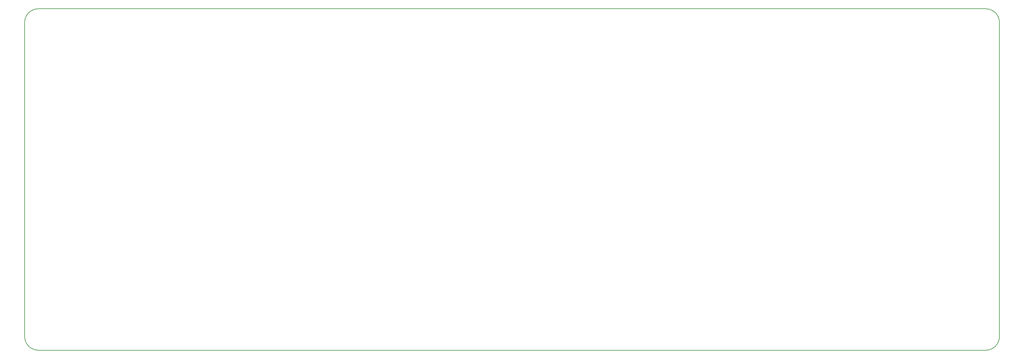
<source format=gbr>
%TF.GenerationSoftware,KiCad,Pcbnew,(6.99.0-5337-gc57e6db79a-dirty)*%
%TF.CreationDate,2023-01-13T10:28:42-05:00*%
%TF.ProjectId,hhkb,68686b62-2e6b-4696-9361-645f70636258,rev?*%
%TF.SameCoordinates,Original*%
%TF.FileFunction,Profile,NP*%
%FSLAX46Y46*%
G04 Gerber Fmt 4.6, Leading zero omitted, Abs format (unit mm)*
G04 Created by KiCad (PCBNEW (6.99.0-5337-gc57e6db79a-dirty)) date 2023-01-13 10:28:42*
%MOMM*%
%LPD*%
G01*
G04 APERTURE LIST*
%TA.AperFunction,Profile*%
%ADD10C,0.150000*%
%TD*%
G04 APERTURE END LIST*
D10*
X281000000Y-100000000D02*
G75*
G03*
X285000000Y-96000000I0J4000000D01*
G01*
X4000000Y0D02*
G75*
G03*
X0Y-4000000I0J-4000000D01*
G01*
X4000000Y-100000000D02*
X281000000Y-100000000D01*
X285000000Y-96000000D02*
X285000000Y-4000000D01*
X0Y-4000000D02*
X0Y-96000000D01*
X285000000Y-4000000D02*
G75*
G03*
X281000000Y0I-4000000J0D01*
G01*
X4000000Y0D02*
X281000000Y0D01*
X0Y-96000000D02*
G75*
G03*
X4000000Y-100000000I4000000J0D01*
G01*
M02*

</source>
